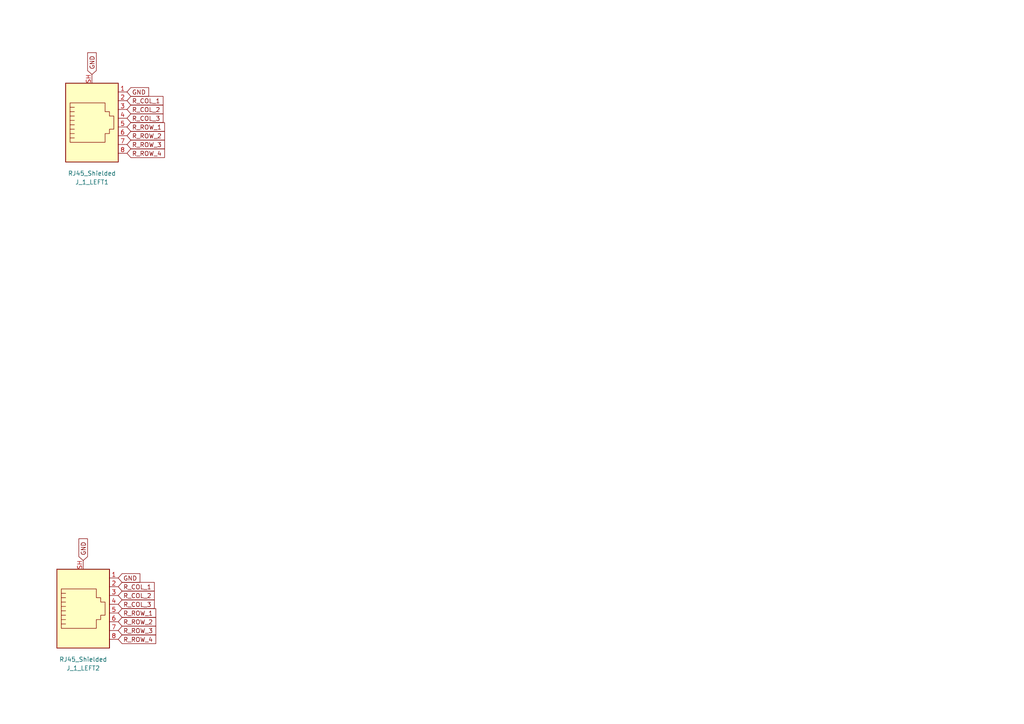
<source format=kicad_sch>
(kicad_sch (version 20231120) (generator "eeschema") (generator_version "8.0")
  (paper "A4")
  (lib_symbols
    (symbol "Connector:RJ45_Shielded" (pin_names (offset 1.016))
      (property "Reference" "J" (at -5.08 13.97 0))
      (property "Value" "RJ45_Shielded" (at 2.54 13.97 0))
      (symbol "RJ45_Shielded_0_1"
        (polyline (pts (xy -5.08 4.445) (xy -6.35 4.445)))
        (polyline (pts (xy -5.08 5.715) (xy -6.35 5.715)))
        (polyline (pts (xy -6.35 -3.175) (xy -5.08 -3.175) (xy -5.08 -3.175)))
        (polyline (pts (xy -6.35 -1.905) (xy -5.08 -1.905) (xy -5.08 -1.905)))
        (polyline (pts (xy -6.35 -0.635) (xy -5.08 -0.635) (xy -5.08 -0.635)))
        (polyline (pts (xy -6.35 0.635) (xy -5.08 0.635) (xy -5.08 0.635)))
        (polyline (pts (xy -6.35 1.905) (xy -5.08 1.905) (xy -5.08 1.905)))
        (polyline (pts (xy -5.08 3.175) (xy -6.35 3.175) (xy -6.35 3.175)))
        (polyline (pts (xy -6.35 -4.445) (xy -6.35 6.985) (xy 3.81 6.985) (xy 3.81 4.445) (xy 5.08 4.445) (xy 5.08 3.175) (xy 6.35 3.175) (xy 6.35 -0.635) (xy 5.08 -0.635) (xy 5.08 -1.905) (xy 3.81 -1.905) (xy 3.81 -4.445) (xy -6.35 -4.445) (xy -6.35 -4.445)))
        (rectangle (start 7.62 12.7) (end -7.62 -10.16) (stroke (width 0.254)) (fill (type background)))
      )
      (symbol "RJ45_Shielded_1_1"
        (pin passive line (at 10.16 -7.62 180) (length 2.54) (name "~") (number "1"))
        (pin passive line (at 10.16 -5.08 180) (length 2.54) (name "~") (number "2"))
        (pin passive line (at 10.16 -2.54 180) (length 2.54) (name "~") (number "3"))
        (pin passive line (at 10.16 0 180) (length 2.54) (name "~") (number "4"))
        (pin passive line (at 10.16 2.54 180) (length 2.54) (name "~") (number "5"))
        (pin passive line (at 10.16 5.08 180) (length 2.54) (name "~") (number "6"))
        (pin passive line (at 10.16 7.62 180) (length 2.54) (name "~") (number "7"))
        (pin passive line (at 10.16 10.16 180) (length 2.54) (name "~") (number "8"))
        (pin passive line (at 0 -12.7 90) (length 2.54) (name "~") (number "SH"))
      )
    )
  )
  (global_label "R_ROW_1" (shape input) (at 34.29 177.8 0) (property "Intersheetrefs" "${INTERSHEET_REFS}" (effects (hide yes))))
  (global_label "GND" (shape input) (at 34.29 167.64 0) (property "Intersheetrefs" "${INTERSHEET_REFS}" (effects (hide yes))))
  (global_label "GND" (shape input) (at 24.13 162.56 90) (property "Intersheetrefs" "${INTERSHEET_REFS}" (effects (hide yes))))
  (global_label "R_COL_3" (shape input) (at 34.29 175.26 0) (property "Intersheetrefs" "${INTERSHEET_REFS}" (effects (hide yes))))
  (global_label "R_COL_2" (shape input) (at 36.83 31.75 0) (property "Intersheetrefs" "${INTERSHEET_REFS}" (effects (hide yes))))
  (global_label "R_ROW_4" (shape input) (at 34.29 185.42 0) (property "Intersheetrefs" "${INTERSHEET_REFS}" (effects (hide yes))))
  (global_label "R_ROW_3" (shape input) (at 36.83 41.91 0) (property "Intersheetrefs" "${INTERSHEET_REFS}" (effects (hide yes))))
  (global_label "R_ROW_2" (shape input) (at 36.83 39.37 0) (property "Intersheetrefs" "${INTERSHEET_REFS}" (effects (hide yes))))
  (global_label "R_COL_3" (shape input) (at 36.83 34.29 0) (property "Intersheetrefs" "${INTERSHEET_REFS}" (effects (hide yes))))
  (global_label "R_COL_1" (shape input) (at 36.83 29.21 0) (property "Intersheetrefs" "${INTERSHEET_REFS}" (effects (hide yes))))
  (global_label "R_ROW_3" (shape input) (at 34.29 182.88 0) (property "Intersheetrefs" "${INTERSHEET_REFS}" (effects (hide yes))))
  (global_label "R_ROW_4" (shape input) (at 36.83 44.45 0) (property "Intersheetrefs" "${INTERSHEET_REFS}" (effects (hide yes))))
  (global_label "GND" (shape input) (at 26.67 21.59 90) (property "Intersheetrefs" "${INTERSHEET_REFS}" (effects (hide yes))))
  (global_label "R_ROW_2" (shape input) (at 34.29 180.34 0) (property "Intersheetrefs" "${INTERSHEET_REFS}" (effects (hide yes))))
  (global_label "GND" (shape input) (at 36.83 26.67 0) (property "Intersheetrefs" "${INTERSHEET_REFS}" (effects (hide yes))))
  (global_label "R_COL_2" (shape input) (at 34.29 172.72 0) (property "Intersheetrefs" "${INTERSHEET_REFS}" (effects (hide yes))))
  (global_label "R_COL_1" (shape input) (at 34.29 170.18 0) (property "Intersheetrefs" "${INTERSHEET_REFS}" (effects (hide yes))))
  (global_label "R_ROW_1" (shape input) (at 36.83 36.83 0) (property "Intersheetrefs" "${INTERSHEET_REFS}" (effects (hide yes))))
  (symbol (lib_id "Connector:RJ45_Shielded") (at 24.13 175.26 0) (mirror x) (unit 1)
    (property "Reference" "J_1_LEFT2" (at 24.13 193.802 0))
    (property "Value" "RJ45_Shielded" (at 24.13 191.262 0))
    (property "Footprint" "Connector_RJ:RJ45_Ninigi_GE" (effects (hide yes)))
  )
  (symbol (lib_id "Connector:RJ45_Shielded") (at 26.67 34.29 0) (mirror x) (unit 1)
    (property "Reference" "J_1_LEFT1" (at 26.67 52.832 0))
    (property "Value" "RJ45_Shielded" (at 26.67 50.292 0))
    (property "Footprint" "Connector_RJ:RJ45_Ninigi_GE" (effects (hide yes)))
  )
)
</source>
